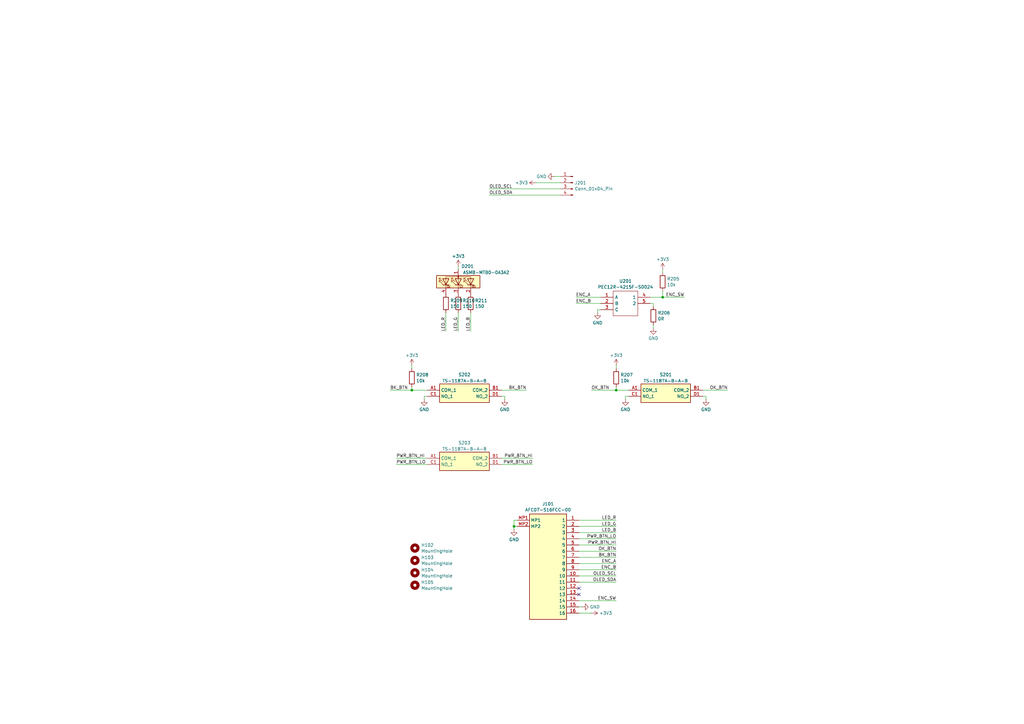
<source format=kicad_sch>
(kicad_sch (version 20231120) (generator "eeschema") (generator_version "8.0")
  (paper "A3")
  (lib_symbols
    (symbol "AFC07-S16FCC-00:AFC07-S16FCC-00"
      (property "Reference" "J" (at 21.59 7.62 0))
      (property "Value" "AFC07-S16FCC-00" (at 21.59 5.08 0))
      (symbol "AFC07-S16FCC-00_1_1"
        (rectangle (start 5.08 2.54) (end 20.32 -40.64) (stroke (width 0.254)) (fill (type background)))
        (pin passive line (at 25.4 0 180) (length 5.08) (name "1") (number "1"))
        (pin passive line (at 25.4 -22.86 180) (length 5.08) (name "10") (number "10"))
        (pin passive line (at 25.4 -25.4 180) (length 5.08) (name "11") (number "11"))
        (pin passive line (at 25.4 -27.94 180) (length 5.08) (name "12") (number "12"))
        (pin passive line (at 25.4 -30.48 180) (length 5.08) (name "13") (number "13"))
        (pin passive line (at 25.4 -33.02 180) (length 5.08) (name "14") (number "14"))
        (pin passive line (at 25.4 -35.56 180) (length 5.08) (name "15") (number "15"))
        (pin passive line (at 25.4 -38.1 180) (length 5.08) (name "16") (number "16"))
        (pin passive line (at 25.4 -2.54 180) (length 5.08) (name "2") (number "2"))
        (pin passive line (at 25.4 -5.08 180) (length 5.08) (name "3") (number "3"))
        (pin passive line (at 25.4 -7.62 180) (length 5.08) (name "4") (number "4"))
        (pin passive line (at 25.4 -10.16 180) (length 5.08) (name "5") (number "5"))
        (pin passive line (at 25.4 -12.7 180) (length 5.08) (name "6") (number "6"))
        (pin passive line (at 25.4 -15.24 180) (length 5.08) (name "7") (number "7"))
        (pin passive line (at 25.4 -17.78 180) (length 5.08) (name "8") (number "8"))
        (pin passive line (at 25.4 -20.32 180) (length 5.08) (name "9") (number "9"))
        (pin passive line (at 0 0 0) (length 5.08) (name "MP1") (number "MP1"))
        (pin passive line (at 0 -2.54 0) (length 5.08) (name "MP2") (number "MP2"))
      )
    )
    (symbol "Connector:Conn_01x04_Pin" (pin_names (offset 1.016) hide)
      (property "Reference" "J" (at 0 5.08 0))
      (property "Value" "Conn_01x04_Pin" (at 0 -7.62 0))
      (symbol "Conn_01x04_Pin_1_1"
        (polyline (pts (xy 1.27 -5.08) (xy 0.8636 -5.08)) (stroke (width 0.1524)))
        (polyline (pts (xy 1.27 -2.54) (xy 0.8636 -2.54)) (stroke (width 0.1524)))
        (polyline (pts (xy 1.27 0) (xy 0.8636 0)) (stroke (width 0.1524)))
        (polyline (pts (xy 1.27 2.54) (xy 0.8636 2.54)) (stroke (width 0.1524)))
        (rectangle (start 0.8636 -4.953) (end 0 -5.207) (stroke (width 0.1524)) (fill (type outline)))
        (rectangle (start 0.8636 -2.413) (end 0 -2.667) (stroke (width 0.1524)) (fill (type outline)))
        (rectangle (start 0.8636 0.127) (end 0 -0.127) (stroke (width 0.1524)) (fill (type outline)))
        (rectangle (start 0.8636 2.667) (end 0 2.413) (stroke (width 0.1524)) (fill (type outline)))
        (pin passive line (at 5.08 2.54 180) (length 3.81) (name "Pin_1") (number "1"))
        (pin passive line (at 5.08 0 180) (length 3.81) (name "Pin_2") (number "2"))
        (pin passive line (at 5.08 -2.54 180) (length 3.81) (name "Pin_3") (number "3"))
        (pin passive line (at 5.08 -5.08 180) (length 3.81) (name "Pin_4") (number "4"))
      )
    )
    (symbol "Device:R" (pin_numbers hide) (pin_names (offset 0))
      (property "Reference" "R" (at 2.032 0 90))
      (property "Value" "R" (at 0 0 90))
      (symbol "R_0_1"
        (rectangle (start -1.016 -2.54) (end 1.016 2.54) (stroke (width 0.254)))
      )
      (symbol "R_1_1"
        (pin passive line (at 0 3.81 270) (length 1.27) (name "~") (number "1"))
        (pin passive line (at 0 -3.81 90) (length 1.27) (name "~") (number "2"))
      )
    )
    (symbol "LED:ASMB-MTB0-0A3A2" (pin_names (offset 0) hide)
      (property "Reference" "D" (at 0 10.16 0))
      (property "Value" "ASMB-MTB0-0A3A2" (at 0 -10.16 0))
      (symbol "ASMB-MTB0-0A3A2_0_0"
        (text "B" (at -1.905 -6.35 0) (effects (font (size 1.27 1.27))))
        (text "G" (at -1.905 -1.27 0) (effects (font (size 1.27 1.27))))
        (text "R" (at -1.905 3.81 0) (effects (font (size 1.27 1.27))))
      )
      (symbol "ASMB-MTB0-0A3A2_0_1"
        (rectangle (start -2.54 -8.89) (end 2.54 8.89) (stroke (width 0.254)) (fill (type background)))
        (polyline (pts (xy -2.54 -5.08) (xy 1.27 -5.08)))
        (polyline (pts (xy -1.27 -3.81) (xy -1.27 -6.35)) (stroke (width 0.254)))
        (polyline (pts (xy -1.27 1.27) (xy -1.27 -1.27)) (stroke (width 0.254)))
        (polyline (pts (xy -1.27 6.35) (xy -1.27 3.81)) (stroke (width 0.254)))
        (polyline (pts (xy 1.27 5.08) (xy -2.54 5.08)))
        (polyline (pts (xy 2.54 0) (xy -2.54 0)))
        (polyline (pts (xy 1.27 -5.08) (xy 2.032 -5.08) (xy 2.032 5.08) (xy 1.27 5.08)))
        (polyline (pts (xy 1.27 -3.81) (xy 1.27 -6.35) (xy -1.27 -5.08) (xy 1.27 -3.81)) (stroke (width 0.254)))
        (polyline (pts (xy 1.27 1.27) (xy 1.27 -1.27) (xy -1.27 0) (xy 1.27 1.27)) (stroke (width 0.254)))
        (polyline (pts (xy 1.27 6.35) (xy 1.27 3.81) (xy -1.27 5.08) (xy 1.27 6.35)) (stroke (width 0.254)))
        (polyline (pts (xy -1.016 -3.81) (xy 0.508 -2.286) (xy -0.254 -2.286) (xy 0.508 -2.286) (xy 0.508 -3.048)))
        (polyline (pts (xy -1.016 1.27) (xy 0.508 2.794) (xy -0.254 2.794) (xy 0.508 2.794) (xy 0.508 2.032)))
        (polyline (pts (xy -1.016 6.35) (xy 0.508 7.874) (xy -0.254 7.874) (xy 0.508 7.874) (xy 0.508 7.112)))
        (polyline (pts (xy 0 -3.81) (xy 1.524 -2.286) (xy 0.762 -2.286) (xy 1.524 -2.286) (xy 1.524 -3.048)))
        (polyline (pts (xy 0 1.27) (xy 1.524 2.794) (xy 0.762 2.794) (xy 1.524 2.794) (xy 1.524 2.032)))
        (polyline (pts (xy 0 6.35) (xy 1.524 7.874) (xy 0.762 7.874) (xy 1.524 7.874) (xy 1.524 7.112)))
        (rectangle (start 1.27 6.35) (end 1.27 6.35))
        (circle (center 2.032 0) (radius 0.254) (fill (type outline)))
      )
      (symbol "ASMB-MTB0-0A3A2_1_1"
        (pin passive line (at 5.08 0 180) (length 2.54) (name "A") (number "1"))
        (pin passive line (at -5.08 -5.08 0) (length 2.54) (name "BK") (number "2"))
        (pin passive line (at -5.08 0 0) (length 2.54) (name "GK") (number "3"))
        (pin passive line (at -5.08 5.08 0) (length 2.54) (name "RK") (number "4"))
      )
    )
    (symbol "Mechanical:MountingHole" (pin_names (offset 1.016)) (exclude_from_sim yes) (in_bom no)
      (property "Reference" "H" (at 0 5.08 0))
      (property "Value" "MountingHole" (at 0 3.175 0))
      (symbol "MountingHole_0_1"
        (circle (center 0 0) (radius 1.27) (stroke (width 1.27)))
      )
    )
    (symbol "PEC12R-4215F-S0024:PEC12R-4215F-S0024" (pin_names (offset 0.762))
      (property "Reference" "U" (at 16.51 7.62 0))
      (property "Value" "PEC12R-4215F-S0024" (at 16.51 5.08 0))
      (symbol "PEC12R-4215F-S0024_0_0"
        (pin passive line (at 0 0 0) (length 5.08) (name "A") (number "1"))
        (pin passive line (at 0 -2.54 0) (length 5.08) (name "B") (number "2"))
        (pin passive line (at 0 -5.08 0) (length 5.08) (name "C") (number "3"))
        (pin passive line (at 20.32 0 180) (length 5.08) (name "1") (number "4"))
        (pin passive line (at 20.32 -2.54 180) (length 5.08) (name "2") (number "5"))
      )
      (symbol "PEC12R-4215F-S0024_0_1"
        (polyline (pts (xy 5.08 2.54) (xy 15.24 2.54) (xy 15.24 -7.62) (xy 5.08 -7.62) (xy 5.08 2.54)) (stroke (width 0.1524)))
      )
    )
    (symbol "TS-1187A-B-A-B:TS-1187A-B-A-B"
      (property "Reference" "S" (at 26.67 7.62 0))
      (property "Value" "TS-1187A-B-A-B" (at 26.67 5.08 0))
      (property "LCSC" "C318884" (at 0 0 0))
      (symbol "TS-1187A-B-A-B_1_1"
        (rectangle (start 5.08 2.54) (end 25.4 -5.08) (stroke (width 0.254)) (fill (type background)))
        (pin passive line (at 0 0 0) (length 5.08) (name "COM_1") (number "A1"))
        (pin passive line (at 30.48 0 180) (length 5.08) (name "COM_2") (number "B1"))
        (pin passive line (at 0 -2.54 0) (length 5.08) (name "NO_1") (number "C1"))
        (pin passive line (at 30.48 -2.54 180) (length 5.08) (name "NO_2") (number "D1"))
      )
    )
    (symbol "power:+3V3" (power) (pin_numbers hide) (pin_names (offset 0) hide)
      (property "Value" "+3V3" (at 0 3.556 0))
      (symbol "+3V3_0_1"
        (polyline (pts (xy -0.762 1.27) (xy 0 2.54)))
        (polyline (pts (xy 0 0) (xy 0 2.54)))
        (polyline (pts (xy 0 2.54) (xy 0.762 1.27)))
      )
      (symbol "+3V3_1_1"
        (pin power_in line (at 0 0 90) (length 0) (name "~") (number "1"))
      )
    )
    (symbol "power:GND" (power) (pin_numbers hide) (pin_names (offset 0) hide)
      (property "Value" "GND" (at 0 -3.81 0))
      (symbol "GND_0_1"
        (polyline (pts (xy 0 0) (xy 0 -1.27) (xy 1.27 -1.27) (xy 0 -2.54) (xy -1.27 -1.27) (xy 0 -1.27)))
      )
      (symbol "GND_1_1"
        (pin power_in line (at 0 0 270) (length 0) (name "~") (number "1"))
      )
    )
  )
  (junction (at 252.73 160.02))
  (junction (at 210.82 215.9))
  (junction (at 168.91 160.02))
  (junction (at 271.78 121.92))
  (no_connect (at 237.49 243.84))
  (no_connect (at 237.49 241.3))
  (wire (pts (xy 237.49 213.36) (xy 252.73 213.36)))
  (wire (pts (xy 237.49 220.98) (xy 252.73 220.98)))
  (wire (pts (xy 237.49 236.22) (xy 252.73 236.22)))
  (wire (pts (xy 252.73 160.02) (xy 257.81 160.02)))
  (wire (pts (xy 252.73 158.75) (xy 252.73 160.02)))
  (wire (pts (xy 205.74 160.02) (xy 215.9 160.02)))
  (wire (pts (xy 236.22 121.92) (xy 246.38 121.92)))
  (wire (pts (xy 173.99 162.56) (xy 175.26 162.56)))
  (wire (pts (xy 288.29 162.56) (xy 289.56 162.56)))
  (wire (pts (xy 162.56 187.96) (xy 175.26 187.96)))
  (wire (pts (xy 267.97 124.46) (xy 267.97 125.73)))
  (wire (pts (xy 237.49 246.38) (xy 252.73 246.38)))
  (wire (pts (xy 200.66 80.01) (xy 229.87 80.01)))
  (wire (pts (xy 237.49 228.6) (xy 252.73 228.6)))
  (wire (pts (xy 237.49 231.14) (xy 252.73 231.14)))
  (wire (pts (xy 210.82 213.36) (xy 210.82 215.9)))
  (wire (pts (xy 237.49 233.68) (xy 252.73 233.68)))
  (wire (pts (xy 227.33 72.39) (xy 229.87 72.39)))
  (wire (pts (xy 271.78 121.92) (xy 280.67 121.92)))
  (wire (pts (xy 256.54 162.56) (xy 257.81 162.56)))
  (wire (pts (xy 237.49 238.76) (xy 252.73 238.76)))
  (wire (pts (xy 271.78 119.38) (xy 271.78 121.92)))
  (wire (pts (xy 242.57 160.02) (xy 252.73 160.02)))
  (wire (pts (xy 187.96 128.27) (xy 187.96 135.89)))
  (wire (pts (xy 187.96 109.22) (xy 187.96 110.49)))
  (wire (pts (xy 237.49 215.9) (xy 252.73 215.9)))
  (wire (pts (xy 236.22 124.46) (xy 246.38 124.46)))
  (wire (pts (xy 256.54 162.56) (xy 256.54 163.83)))
  (wire (pts (xy 289.56 162.56) (xy 289.56 163.83)))
  (wire (pts (xy 266.7 124.46) (xy 267.97 124.46)))
  (wire (pts (xy 205.74 162.56) (xy 207.01 162.56)))
  (wire (pts (xy 218.44 187.96) (xy 205.74 187.96)))
  (wire (pts (xy 210.82 215.9) (xy 212.09 215.9)))
  (wire (pts (xy 245.11 127) (xy 245.11 128.27)))
  (wire (pts (xy 160.02 160.02) (xy 168.91 160.02)))
  (wire (pts (xy 168.91 160.02) (xy 175.26 160.02)))
  (wire (pts (xy 200.66 77.47) (xy 229.87 77.47)))
  (wire (pts (xy 162.56 190.5) (xy 175.26 190.5)))
  (wire (pts (xy 288.29 160.02) (xy 298.45 160.02)))
  (wire (pts (xy 210.82 215.9) (xy 210.82 217.17)))
  (wire (pts (xy 237.49 218.44) (xy 252.73 218.44)))
  (wire (pts (xy 237.49 226.06) (xy 252.73 226.06)))
  (wire (pts (xy 212.09 213.36) (xy 210.82 213.36)))
  (wire (pts (xy 237.49 223.52) (xy 252.73 223.52)))
  (wire (pts (xy 267.97 134.62) (xy 267.97 133.35)))
  (wire (pts (xy 219.71 74.93) (xy 229.87 74.93)))
  (wire (pts (xy 266.7 121.92) (xy 271.78 121.92)))
  (wire (pts (xy 193.04 128.27) (xy 193.04 135.89)))
  (wire (pts (xy 246.38 127) (xy 245.11 127)))
  (wire (pts (xy 237.49 251.46) (xy 242.57 251.46)))
  (wire (pts (xy 168.91 158.75) (xy 168.91 160.02)))
  (wire (pts (xy 218.44 190.5) (xy 205.74 190.5)))
  (wire (pts (xy 237.49 248.92) (xy 238.76 248.92)))
  (wire (pts (xy 182.88 128.27) (xy 182.88 135.89)))
  (wire (pts (xy 168.91 149.86) (xy 168.91 151.13)))
  (wire (pts (xy 207.01 162.56) (xy 207.01 163.83)))
  (wire (pts (xy 173.99 162.56) (xy 173.99 163.83)))
  (wire (pts (xy 252.73 149.86) (xy 252.73 151.13)))
  (wire (pts (xy 271.78 110.49) (xy 271.78 111.76)))
  (label "LED_B" (at 193.04 135.89 90))
  (label "OLED_SDA" (at 252.73 238.76 180))
  (label "PWR_BTN_HI" (at 162.56 187.96 0))
  (label "ENC_SW" (at 252.73 246.38 180))
  (label "LED_B" (at 252.73 218.44 180))
  (label "OLED_SCL" (at 252.73 236.22 180))
  (label "BK_BTN" (at 160.02 160.02 0))
  (label "OLED_SDA" (at 200.66 80.01 0))
  (label "ENC_A" (at 236.22 121.92 0))
  (label "BK_BTN" (at 252.73 228.6 180))
  (label "LED_R" (at 182.88 135.89 90))
  (label "ENC_SW" (at 280.67 121.92 180))
  (label "PWR_BTN_LO" (at 162.56 190.5 0))
  (label "PWR_BTN_HI" (at 252.73 223.52 180))
  (label "OLED_SCL" (at 200.66 77.47 0))
  (label "PWR_BTN_HI" (at 218.44 187.96 180))
  (label "OK_BTN" (at 242.57 160.02 0))
  (label "OK_BTN" (at 252.73 226.06 180))
  (label "ENC_A" (at 252.73 231.14 180))
  (label "LED_G" (at 252.73 215.9 180))
  (label "LED_R" (at 252.73 213.36 180))
  (label "LED_G" (at 187.96 135.89 90))
  (label "PWR_BTN_LO" (at 218.44 190.5 180))
  (label "PWR_BTN_LO" (at 252.73 220.98 180))
  (label "BK_BTN" (at 215.9 160.02 180))
  (label "ENC_B" (at 236.22 124.46 0))
  (label "ENC_B" (at 252.73 233.68 180))
  (label "OK_BTN" (at 298.45 160.02 180))
  (symbol (lib_id "power:GND") (at 207.01 163.83 0) (unit 1)
    (property "Reference" "#PWR0105" (effects (hide yes)))
    (property "Value" "GND" (at 207.01 167.9631 0))
    (property "Description" "Power symbol creates a global label with name \"GND\" , ground" (effects (hide yes)))
  )
  (symbol (lib_id "power:GND") (at 245.11 128.27 0) (unit 1)
    (property "Reference" "#PWR0116" (effects (hide yes)))
    (property "Value" "GND" (at 245.11 132.4031 0))
    (property "Description" "Power symbol creates a global label with name \"GND\" , ground" (effects (hide yes)))
  )
  (symbol (lib_id "LED:ASMB-MTB0-0A3A2") (at 187.96 115.57 90) (unit 1)
    (property "Reference" "D201" (at 191.77 109.22 90))
    (property "Value" "ASMB-MTB0-0A3A2" (at 199.39 111.76 90))
    (property "Footprint" "ASMB-MTB0-0A3A2:ASMBMTB00A3A2" (effects (hide yes)))
    (property "Datasheet" "https://docs.broadcom.com/docs/AV02-4186EN" (effects (hide yes)))
    (property "Assemble?" "N" (effects (hide yes)))
  )
  (symbol (lib_id "Mechanical:MountingHole") (at 170.18 234.95 0) (unit 1) (exclude_from_sim yes) (in_bom no)
    (property "Reference" "H104" (at 172.72 233.7378 0) (effects (justify left)))
    (property "Value" "MountingHole" (at 172.72 236.1621 0) (effects (justify left)))
    (property "Footprint" "MountingHole:MountingHole_3.2mm_M3" (effects (hide yes)))
    (property "Description" "Mounting Hole without connection" (effects (hide yes)))
  )
  (symbol (lib_id "PEC12R-4215F-S0024:PEC12R-4215F-S0024") (at 246.38 121.92 0) (unit 1)
    (property "Reference" "U201" (at 256.54 115.2863 0))
    (property "Value" "PEC12R-4215F-S0024" (at 256.54 117.7106 0))
    (property "Footprint" "PEC12R:PEC12R-4XXXF-SXXXX" (effects (hide yes)))
    (property "Datasheet" "https://datasheet.datasheetarchive.com/originals/distributors/DKDS-12/224890.pdf" (effects (hide yes)))
    (property "Description" "Encoders HORZ 24DET 24PULSE 15mm SHAFT SPST SW" (effects (hide yes)))
    (property "Manufacturer_Name" "Bourns" (effects (hide yes)))
    (property "Manufacturer_Part_Number" "PEC12R-4215F-S0024" (effects (hide yes)))
    (property "Mouser Part Number" "652-PEC12R-4215F-S24" (effects (hide yes)))
    (property "Mouser Price/Stock" "https://www.mouser.co.uk/ProductDetail/Bourns/PEC12R-4215F-S0024?qs=pxDZlBjcsCiq%252B%252BLwoVCNNg%3D%3D" (effects (hide yes)))
    (property "Assemble?" "N" (effects (hide yes)))
  )
  (symbol (lib_id "power:GND") (at 173.99 163.83 0) (unit 1)
    (property "Reference" "#PWR0104" (effects (hide yes)))
    (property "Value" "GND" (at 173.99 167.9631 0))
    (property "Description" "Power symbol creates a global label with name \"GND\" , ground" (effects (hide yes)))
  )
  (symbol (lib_id "power:+3V3") (at 271.78 110.49 0) (unit 1)
    (property "Reference" "#PWR0112" (effects (hide yes)))
    (property "Value" "+3V3" (at 271.78 106.3569 0))
    (property "Description" "Power symbol creates a global label with name \"+3V3\"" (effects (hide yes)))
  )
  (symbol (lib_id "TS-1187A-B-A-B:TS-1187A-B-A-B") (at 175.26 160.02 0) (unit 1)
    (property "Reference" "S202" (at 190.5 153.67 0))
    (property "Value" "TS-1187A-B-A-B" (at 190.5 156.21 0))
    (property "Footprint" "LIB_TS-1187A-B-A-B:TS1187ABAB" (effects (hide yes)))
    (property "Datasheet" "http://www.helloxkb.com/public/images/pdf/TS-1187A-X-X-X.pdf" (effects (hide yes)))
    (property "Height" "4.05" (effects (hide yes)))
    (property "Manufacturer_Name" "XKB Connectivity" (effects (hide yes)))
    (property "Manufacturer_Part_Number" "TS-1187A-B-A-B" (effects (hide yes)))
    (property "LCSC" "C318884" (effects (hide yes)))
    (property "Assemble?" "Y" (effects (hide yes)))
  )
  (symbol (lib_id "Device:R") (at 252.73 154.94 0) (unit 1)
    (property "Reference" "R207" (at 254.508 153.7278 0) (effects (justify left)))
    (property "Value" "10k" (at 254.508 156.1521 0) (effects (justify left)))
    (property "Footprint" "Resistor_SMD:R_0402_1005Metric" (effects (hide yes)))
    (property "LCSC" "C25744" (effects (hide yes)))
  )
  (symbol (lib_id "AFC07-S16FCC-00:AFC07-S16FCC-00") (at 212.09 213.36 0) (unit 1)
    (property "Reference" "J101" (at 224.79 206.6755 0))
    (property "Value" "AFC07-S16FCC-00" (at 224.79 209.0998 0))
    (property "Footprint" "AFC07-S16FCC-00:AFC07S16FCC00" (effects (hide yes)))
    (property "Datasheet" "https://datasheet.lcsc.com/szlcsc/JUSHUO-AFC07-S16FCC-00_C11053.pdf" (effects (hide yes)))
    (property "Description" "FFC, FPC Connectors 16P RoHS" (effects (hide yes)))
    (property "Height" "2.15" (effects (hide yes)))
    (property "Manufacturer_Name" "JUSHUO" (effects (hide yes)))
    (property "Manufacturer_Part_Number" "AFC07-S16FCC-00" (effects (hide yes)))
    (property "LCSC" "C11053" (effects (hide yes)))
  )
  (symbol (lib_id "TS-1187A-B-A-B:TS-1187A-B-A-B") (at 175.26 187.96 0) (unit 1)
    (property "Reference" "S203" (at 190.5 181.61 0))
    (property "Value" "TS-1187A-B-A-B" (at 190.5 184.15 0))
    (property "Footprint" "LIB_TS-1187A-B-A-B:TS1187ABAB" (effects (hide yes)))
    (property "Datasheet" "http://www.helloxkb.com/public/images/pdf/TS-1187A-X-X-X.pdf" (effects (hide yes)))
    (property "Height" "4.05" (effects (hide yes)))
    (property "Manufacturer_Name" "XKB Connectivity" (effects (hide yes)))
    (property "Manufacturer_Part_Number" "TS-1187A-B-A-B" (effects (hide yes)))
    (property "LCSC" "C318884" (effects (hide yes)))
    (property "Assemble?" "Y" (effects (hide yes)))
  )
  (symbol (lib_id "Mechanical:MountingHole") (at 170.18 229.87 0) (unit 1) (exclude_from_sim yes) (in_bom no)
    (property "Reference" "H103" (at 172.72 228.6578 0) (effects (justify left)))
    (property "Value" "MountingHole" (at 172.72 231.0821 0) (effects (justify left)))
    (property "Footprint" "MountingHole:MountingHole_3.2mm_M3" (effects (hide yes)))
    (property "Description" "Mounting Hole without connection" (effects (hide yes)))
  )
  (symbol (lib_id "Mechanical:MountingHole") (at 170.18 224.79 0) (unit 1) (exclude_from_sim yes) (in_bom no)
    (property "Reference" "H102" (at 172.72 223.5778 0) (effects (justify left)))
    (property "Value" "MountingHole" (at 172.72 226.0021 0) (effects (justify left)))
    (property "Footprint" "MountingHole:MountingHole_3.2mm_M3" (effects (hide yes)))
    (property "Description" "Mounting Hole without connection" (effects (hide yes)))
  )
  (symbol (lib_id "Device:R") (at 271.78 115.57 0) (unit 1)
    (property "Reference" "R205" (at 273.558 114.3578 0) (effects (justify left)))
    (property "Value" "10k" (at 273.558 116.7821 0) (effects (justify left)))
    (property "Footprint" "Resistor_SMD:R_0402_1005Metric" (effects (hide yes)))
    (property "Assemble?" "Y" (effects (hide yes)))
    (property "LCSC" "C25744" (effects (hide yes)))
  )
  (symbol (lib_id "power:+3V3") (at 168.91 149.86 0) (unit 1)
    (property "Reference" "#PWR0114" (effects (hide yes)))
    (property "Value" "+3V3" (at 168.91 145.7269 0))
    (property "Description" "Power symbol creates a global label with name \"+3V3\"" (effects (hide yes)))
  )
  (symbol (lib_id "power:+3V3") (at 187.96 109.22 0) (unit 1)
    (property "Reference" "#PWR0113" (effects (hide yes)))
    (property "Value" "+3V3" (at 187.96 105.0869 0))
    (property "Description" "Power symbol creates a global label with name \"+3V3\"" (effects (hide yes)))
  )
  (symbol (lib_id "power:+3V3") (at 242.57 251.46 270) (unit 1)
    (property "Reference" "#PWR0111" (effects (hide yes)))
    (property "Value" "+3V3" (at 245.745 251.46 90) (effects (justify left)))
    (property "Description" "Power symbol creates a global label with name \"+3V3\"" (effects (hide yes)))
  )
  (symbol (lib_id "power:GND") (at 267.97 134.62 0) (unit 1)
    (property "Reference" "#PWR0103" (effects (hide yes)))
    (property "Value" "GND" (at 267.97 138.7531 0))
    (property "Description" "Power symbol creates a global label with name \"GND\" , ground" (effects (hide yes)))
  )
  (symbol (lib_id "Device:R") (at 168.91 154.94 0) (unit 1)
    (property "Reference" "R208" (at 170.688 153.7278 0) (effects (justify left)))
    (property "Value" "10k" (at 170.688 156.1521 0) (effects (justify left)))
    (property "Footprint" "Resistor_SMD:R_0402_1005Metric" (effects (hide yes)))
    (property "LCSC" "C25744" (effects (hide yes)))
  )
  (symbol (lib_id "power:GND") (at 227.33 72.39 270) (unit 1)
    (property "Reference" "#PWR0101" (effects (hide yes)))
    (property "Value" "GND" (at 224.1551 72.39 90) (effects (justify right)))
    (property "Description" "Power symbol creates a global label with name \"GND\" , ground" (effects (hide yes)))
  )
  (symbol (lib_id "Device:R") (at 187.96 124.46 0) (unit 1)
    (property "Reference" "R210" (at 189.738 123.2916 0) (effects (justify left)))
    (property "Value" "150" (at 189.738 125.603 0) (effects (justify left)))
    (property "Footprint" "Resistor_SMD:R_0603_1608Metric" (effects (hide yes)))
    (property "Assemble?" "Y" (effects (hide yes)))
    (property "LCSC" "C22808" (effects (hide yes)))
  )
  (symbol (lib_id "Mechanical:MountingHole") (at 170.18 240.03 0) (unit 1) (exclude_from_sim yes) (in_bom no)
    (property "Reference" "H105" (at 172.72 238.8178 0) (effects (justify left)))
    (property "Value" "MountingHole" (at 172.72 241.2421 0) (effects (justify left)))
    (property "Footprint" "MountingHole:MountingHole_3.2mm_M3" (effects (hide yes)))
    (property "Description" "Mounting Hole without connection" (effects (hide yes)))
  )
  (symbol (lib_id "Device:R") (at 193.04 124.46 0) (unit 1)
    (property "Reference" "R211" (at 194.818 123.2916 0) (effects (justify left)))
    (property "Value" "150" (at 194.818 125.603 0) (effects (justify left)))
    (property "Footprint" "Resistor_SMD:R_0603_1608Metric" (effects (hide yes)))
    (property "Assemble?" "Y" (effects (hide yes)))
    (property "LCSC" "C22808" (effects (hide yes)))
  )
  (symbol (lib_id "power:GND") (at 210.82 217.17 0) (unit 1)
    (property "Reference" "#PWR0109" (effects (hide yes)))
    (property "Value" "GND" (at 210.82 221.3031 0))
    (property "Description" "Power symbol creates a global label with name \"GND\" , ground" (effects (hide yes)))
  )
  (symbol (lib_id "power:GND") (at 256.54 163.83 0) (unit 1)
    (property "Reference" "#PWR0106" (effects (hide yes)))
    (property "Value" "GND" (at 256.54 167.9631 0))
    (property "Description" "Power symbol creates a global label with name \"GND\" , ground" (effects (hide yes)))
  )
  (symbol (lib_id "Connector:Conn_01x04_Pin") (at 234.95 74.93 0) (mirror y) (unit 1)
    (property "Reference" "J201" (at 235.6612 74.9878 0) (effects (justify right)))
    (property "Value" "Conn_01x04_Pin" (at 235.6612 77.4121 0) (effects (justify right)))
    (property "Footprint" "Oled:OLED_1.3" (effects (hide yes)))
    (property "Description" "Generic connector, single row, 01x04, script generated" (effects (hide yes)))
  )
  (symbol (lib_id "TS-1187A-B-A-B:TS-1187A-B-A-B") (at 257.81 160.02 0) (unit 1)
    (property "Reference" "S201" (at 273.05 153.67 0))
    (property "Value" "TS-1187A-B-A-B" (at 273.05 156.21 0))
    (property "Footprint" "LIB_TS-1187A-B-A-B:TS1187ABAB" (effects (hide yes)))
    (property "Datasheet" "http://www.helloxkb.com/public/images/pdf/TS-1187A-X-X-X.pdf" (effects (hide yes)))
    (property "Height" "4.05" (effects (hide yes)))
    (property "Manufacturer_Name" "XKB Connectivity" (effects (hide yes)))
    (property "Manufacturer_Part_Number" "TS-1187A-B-A-B" (effects (hide yes)))
    (property "LCSC" "C318884" (effects (hide yes)))
    (property "Assemble?" "Y" (effects (hide yes)))
  )
  (symbol (lib_id "power:+3V3") (at 219.71 74.93 90) (unit 1)
    (property "Reference" "#PWR0102" (effects (hide yes)))
    (property "Value" "+3V3" (at 216.535 74.93 90) (effects (justify left)))
    (property "Description" "Power symbol creates a global label with name \"+3V3\"" (effects (hide yes)))
  )
  (symbol (lib_id "power:+3V3") (at 252.73 149.86 0) (unit 1)
    (property "Reference" "#PWR0115" (effects (hide yes)))
    (property "Value" "+3V3" (at 252.73 145.7269 0))
    (property "Description" "Power symbol creates a global label with name \"+3V3\"" (effects (hide yes)))
  )
  (symbol (lib_id "power:GND") (at 289.56 163.83 0) (unit 1)
    (property "Reference" "#PWR0107" (effects (hide yes)))
    (property "Value" "GND" (at 289.56 167.9631 0))
    (property "Description" "Power symbol creates a global label with name \"GND\" , ground" (effects (hide yes)))
  )
  (symbol (lib_id "Device:R") (at 182.88 124.46 0) (unit 1)
    (property "Reference" "R209" (at 184.658 123.2916 0) (effects (justify left)))
    (property "Value" "150" (at 184.658 125.603 0) (effects (justify left)))
    (property "Footprint" "Resistor_SMD:R_0603_1608Metric" (effects (hide yes)))
    (property "Assemble?" "Y" (effects (hide yes)))
    (property "LCSC" "C22808" (effects (hide yes)))
  )
  (symbol (lib_id "Device:R") (at 267.97 129.54 0) (unit 1)
    (property "Reference" "R206" (at 269.748 128.3278 0) (effects (justify left)))
    (property "Value" "0R" (at 269.748 130.7521 0) (effects (justify left)))
    (property "Footprint" "Resistor_SMD:R_0402_1005Metric" (effects (hide yes)))
    (property "Assemble?" "Y" (effects (hide yes)))
    (property "LCSC" "C17168" (effects (hide yes)))
  )
  (symbol (lib_id "power:GND") (at 238.76 248.92 90) (unit 1)
    (property "Reference" "#PWR0110" (effects (hide yes)))
    (property "Value" "GND" (at 241.935 248.92 90) (effects (justify right)))
    (property "Description" "Power symbol creates a global label with name \"GND\" , ground" (effects (hide yes)))
  )
)
</source>
